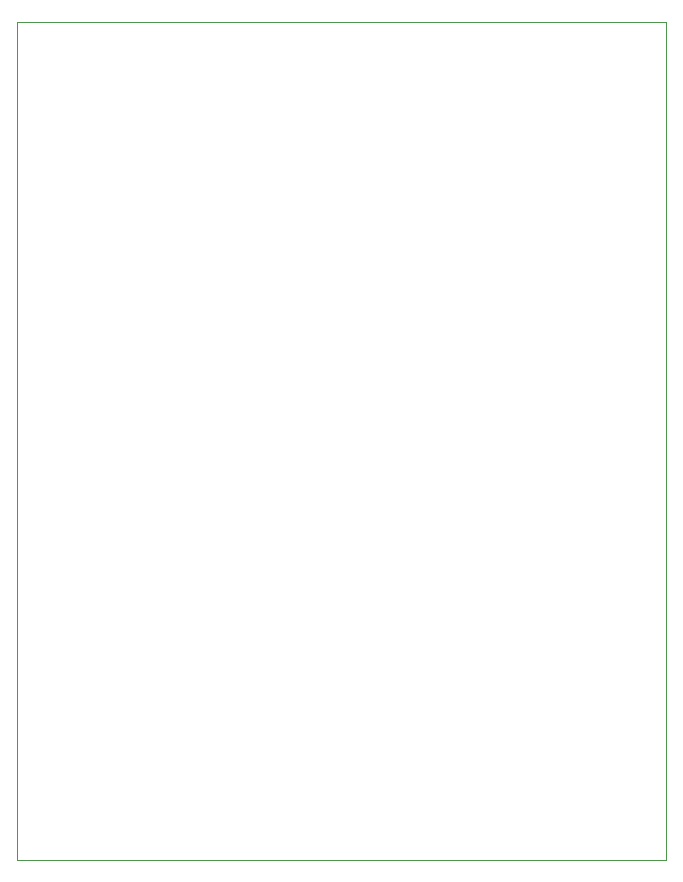
<source format=gbr>
%TF.GenerationSoftware,KiCad,Pcbnew,7.0.2-0*%
%TF.CreationDate,2025-01-08T13:47:25-05:00*%
%TF.ProjectId,plaqchek_mlb,706c6171-6368-4656-9b5f-6d6c622e6b69,rev?*%
%TF.SameCoordinates,Original*%
%TF.FileFunction,Profile,NP*%
%FSLAX46Y46*%
G04 Gerber Fmt 4.6, Leading zero omitted, Abs format (unit mm)*
G04 Created by KiCad (PCBNEW 7.0.2-0) date 2025-01-08 13:47:25*
%MOMM*%
%LPD*%
G01*
G04 APERTURE LIST*
%TA.AperFunction,Profile*%
%ADD10C,0.100000*%
%TD*%
G04 APERTURE END LIST*
D10*
X146200000Y-56400000D02*
X201200000Y-56400000D01*
X201200000Y-127400000D01*
X146200000Y-127400000D01*
X146200000Y-56400000D01*
M02*

</source>
